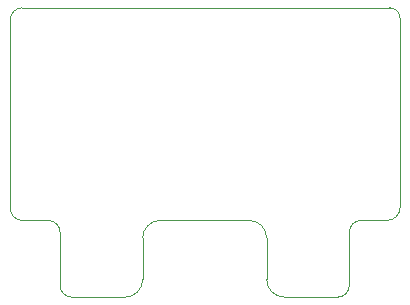
<source format=gbr>
G04 #@! TF.FileFunction,Profile,NP*
%FSLAX46Y46*%
G04 Gerber Fmt 4.6, Leading zero omitted, Abs format (unit mm)*
G04 Created by KiCad (PCBNEW (2015-01-08 BZR 5360)-product) date 2015-02-02T04:43:26 CET*
%MOMM*%
G01*
G04 APERTURE LIST*
%ADD10C,0.100000*%
G04 APERTURE END LIST*
D10*
X91844000Y-77944000D02*
X89644000Y-77944000D01*
X92944000Y-60844000D02*
X92944000Y-76844000D01*
X92044000Y-59944000D02*
X60944000Y-59944000D01*
X60944000Y-77944000D02*
X63244000Y-77944000D01*
X59944000Y-60844000D02*
X59944000Y-76944000D01*
X91844000Y-77944000D02*
G75*
G03X92944000Y-76844000I0J1100000D01*
G01*
X92944000Y-60844000D02*
G75*
G03X92044000Y-59944000I-900000J0D01*
G01*
X59944000Y-76944000D02*
G75*
G03X60944000Y-77944000I1000000J0D01*
G01*
X60944000Y-59944000D02*
G75*
G03X59944000Y-60944000I0J-1000000D01*
G01*
X69644000Y-84444000D02*
X65144000Y-84444000D01*
X71144000Y-79444000D02*
X71144000Y-82944000D01*
X80144000Y-77944000D02*
X72644000Y-77944000D01*
X81644000Y-82944000D02*
X81644000Y-79444000D01*
X87644000Y-84444000D02*
X83144000Y-84444000D01*
X88644000Y-78944000D02*
X88644000Y-83444000D01*
X81644000Y-82944000D02*
G75*
G03X83144000Y-84444000I1500000J0D01*
G01*
X81644000Y-79444000D02*
G75*
G03X80144000Y-77944000I-1500000J0D01*
G01*
X72644000Y-77944000D02*
G75*
G03X71144000Y-79444000I0J-1500000D01*
G01*
X69644000Y-84444000D02*
G75*
G03X71144000Y-82944000I0J1500000D01*
G01*
X64144000Y-78944000D02*
X64144000Y-83444000D01*
X89644000Y-77944000D02*
G75*
G03X88644000Y-78944000I0J-1000000D01*
G01*
X87644000Y-84444000D02*
G75*
G03X88644000Y-83444000I0J1000000D01*
G01*
X64144000Y-83444000D02*
G75*
G03X65144000Y-84444000I1000000J0D01*
G01*
X64144000Y-78944000D02*
G75*
G03X63144000Y-77944000I-1000000J0D01*
G01*
M02*

</source>
